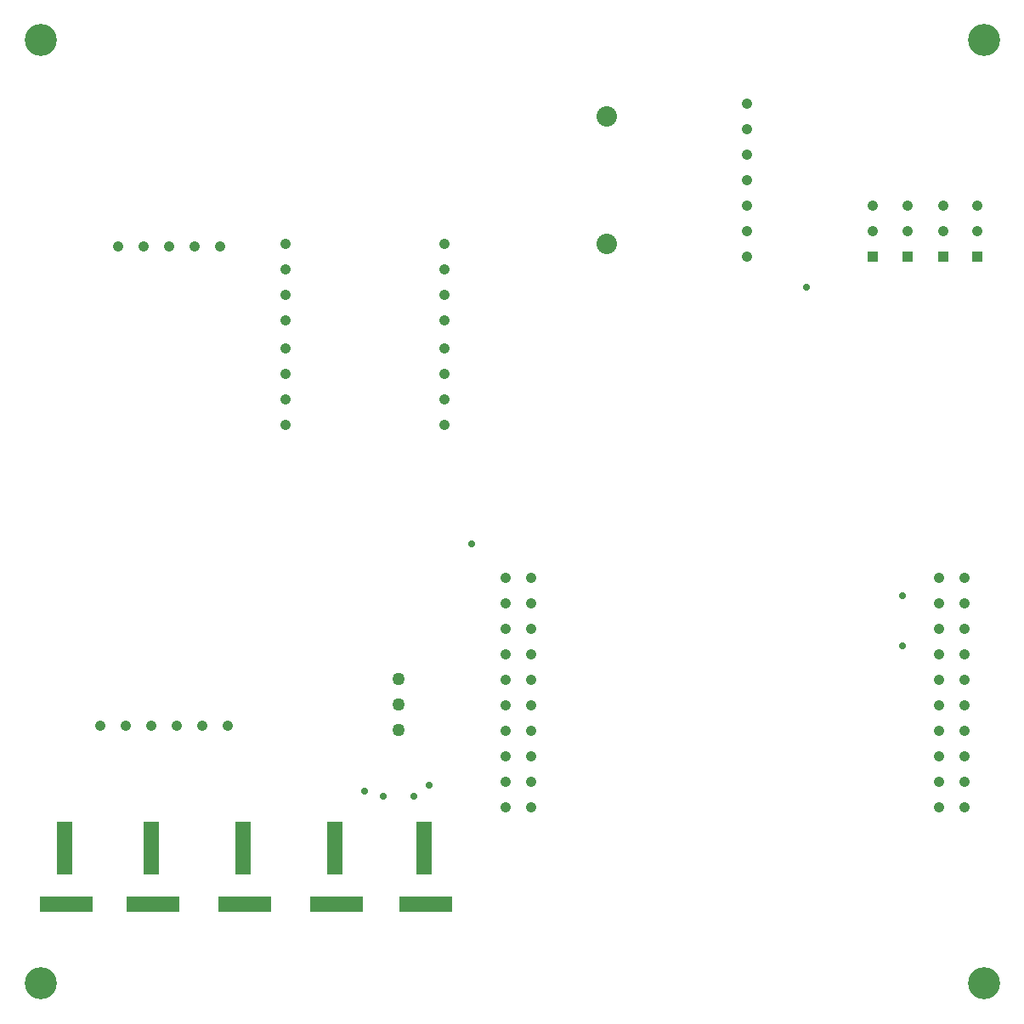
<source format=gbr>
%TF.GenerationSoftware,Altium Limited,Altium Designer,18.1.9 (240)*%
G04 Layer_Color=0*
%FSLAX26Y26*%
%MOIN*%
%TF.FileFunction,Plated,1,2,PTH,Drill*%
%TF.Part,Single*%
G01*
G75*
%TA.AperFunction,ComponentDrill*%
%ADD42C,0.042000*%
%ADD43R,0.042000X0.042000*%
%ADD44C,0.050000*%
%ADD45C,0.042000*%
%ADD46C,0.080000*%
%ADD47R,0.060000X0.206000*%
%ADD48R,0.206000X0.060000*%
%TA.AperFunction,ViaDrill,NotFilled*%
%ADD49C,0.028000*%
%ADD50C,0.126000*%
D42*
X855000Y3040000D02*
D03*
X755000D02*
D03*
X455000D02*
D03*
X555000D02*
D03*
X655000D02*
D03*
X3415000Y3200000D02*
D03*
Y3100000D02*
D03*
X3550000D02*
D03*
Y3200000D02*
D03*
X3690000D02*
D03*
Y3100000D02*
D03*
X3825000D02*
D03*
Y3200000D02*
D03*
X3775000Y840000D02*
D03*
Y940000D02*
D03*
Y1040000D02*
D03*
Y1140000D02*
D03*
Y1240000D02*
D03*
Y1340000D02*
D03*
Y1440000D02*
D03*
Y1540000D02*
D03*
Y1640000D02*
D03*
Y1740000D02*
D03*
X3675000Y840000D02*
D03*
Y940000D02*
D03*
Y1040000D02*
D03*
Y1140000D02*
D03*
Y1240000D02*
D03*
Y1340000D02*
D03*
Y1440000D02*
D03*
Y1540000D02*
D03*
Y1640000D02*
D03*
Y1740000D02*
D03*
X1975000D02*
D03*
Y1640000D02*
D03*
Y1540000D02*
D03*
Y1440000D02*
D03*
Y1340000D02*
D03*
Y1240000D02*
D03*
Y1140000D02*
D03*
Y1040000D02*
D03*
Y940000D02*
D03*
Y840000D02*
D03*
X2075000Y1740000D02*
D03*
Y1640000D02*
D03*
Y1540000D02*
D03*
Y1440000D02*
D03*
Y1340000D02*
D03*
Y1240000D02*
D03*
Y1140000D02*
D03*
Y1040000D02*
D03*
Y940000D02*
D03*
Y840000D02*
D03*
X1110000Y3050000D02*
D03*
Y2850000D02*
D03*
Y2750000D02*
D03*
Y2640000D02*
D03*
Y2540000D02*
D03*
Y2440000D02*
D03*
Y2340000D02*
D03*
Y2950000D02*
D03*
X1735000Y3050000D02*
D03*
Y2850000D02*
D03*
Y2750000D02*
D03*
Y2640000D02*
D03*
Y2540000D02*
D03*
Y2440000D02*
D03*
Y2340000D02*
D03*
Y2950000D02*
D03*
X385000Y1160000D02*
D03*
X485000D02*
D03*
X585000D02*
D03*
X685000D02*
D03*
X785000D02*
D03*
X885000D02*
D03*
D43*
X3415000Y3000000D02*
D03*
X3550000D02*
D03*
X3690000D02*
D03*
X3825000D02*
D03*
D44*
X1555000Y1245000D02*
D03*
Y1345000D02*
D03*
Y1145000D02*
D03*
D45*
X2920000Y3300000D02*
D03*
Y3200000D02*
D03*
Y3100000D02*
D03*
Y3000000D02*
D03*
Y3400000D02*
D03*
Y3500000D02*
D03*
Y3600000D02*
D03*
D46*
X2370000Y3050000D02*
D03*
Y3550000D02*
D03*
D47*
X245000Y680000D02*
D03*
X585000D02*
D03*
X945000D02*
D03*
X1305000D02*
D03*
X1655000D02*
D03*
D48*
X250000Y460000D02*
D03*
X590000D02*
D03*
X950000D02*
D03*
X1310000D02*
D03*
X1660000D02*
D03*
D49*
X3155000Y2880000D02*
D03*
X1675000Y929558D02*
D03*
X1420000Y905000D02*
D03*
X1615000Y885000D02*
D03*
X1495000D02*
D03*
X1840000Y1875000D02*
D03*
X3530000Y1475000D02*
D03*
Y1670000D02*
D03*
D50*
X150000Y150000D02*
D03*
Y3850000D02*
D03*
X3850000D02*
D03*
Y150000D02*
D03*
%TF.MD5,e52943eaef05c64d63f6237c0c06f5a6*%
M02*

</source>
